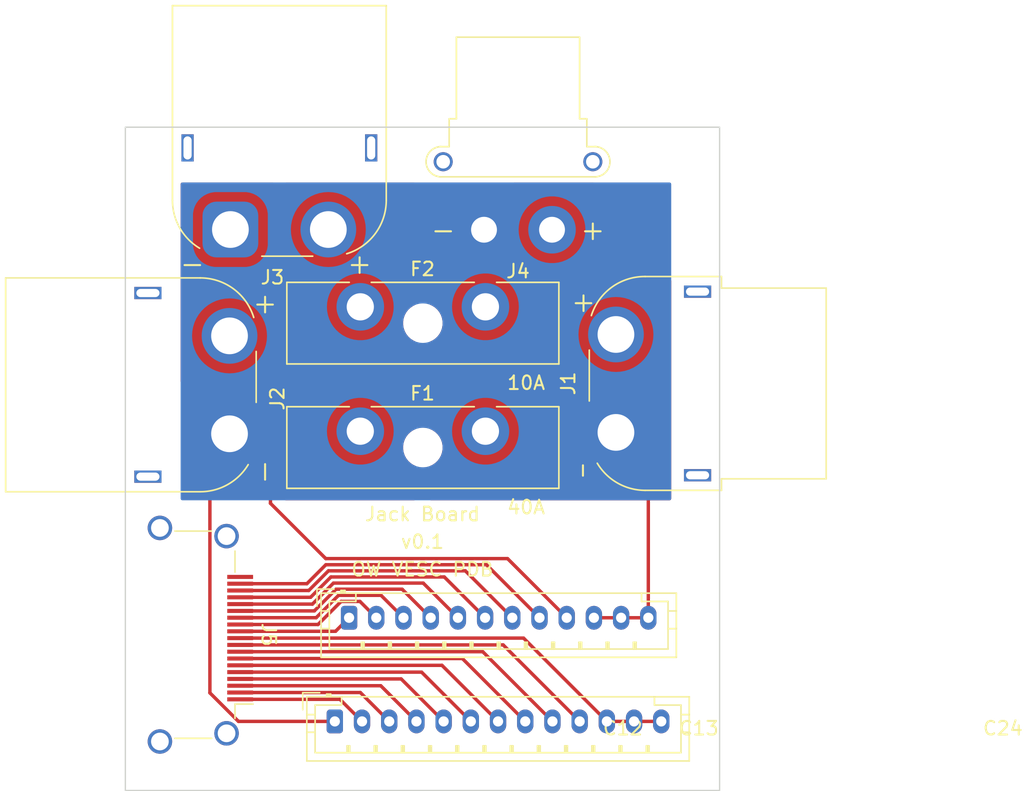
<source format=kicad_pcb>
(kicad_pcb (version 20221018) (generator pcbnew)
  (layers (0 "F.Cu" signal) (31 "B.Cu" signal) (34 "B.Paste" user) (35 "F.Paste" user) (36 "B.SilkS" user "B.Silkscreen") (37 "F.SilkS" user "F.Silkscreen") (38 "B.Mask" user) (39 "F.Mask" user) (44 "Edge.Cuts" user))
  (net 0 "")
  (net 1 "Net-(BT2-+)")
  (net 2 "Net-(BT1--)")
  (net 3 "Net-(BT1-+)")
  (net 4 "Net-(J5-Pin_1)")
  (net 5 "Net-(J5-Pin_2)")
  (net 6 "Net-(J5-Pin_3)")
  (net 7 "Net-(J5-Pin_4)")
  (net 8 "Net-(J5-Pin_5)")
  (net 9 "Net-(J5-Pin_6)")
  (net 10 "Net-(J5-Pin_7)")
  (net 11 "Net-(J5-Pin_8)")
  (net 12 "Net-(J5-Pin_9)")
  (net 13 "Net-(J5-Pin_10)")
  (net 14 "Net-(J5-Pin_11)")
  (net 15 "Net-(J5-Pin_12)")
  (net 16 "Net-(J5-Pin_13)")
  (net 17 "Net-(J5-Pin_14)")
  (net 18 "Net-(J5-Pin_15)")
  (net 19 "Net-(J5-Pin_16)")
  (net 20 "Net-(J5-Pin_17)")
  (net 21 "Net-(J5-Pin_18)")
  (net 22 "Net-(J1-Pin_2)")
  (net 23 "Net-(J4-Pin_2)")
  (footprint "Connector_AMASS:AMASS_XT60PW-M_1x02_P7.20mm_Horizontal" (layer "F.Cu") (at 106.274 67.468)
    (fp_text reference "J3" (at 3.092 3.518) (layer "F.SilkS"))
    (fp_text value "XT60 Expansion Cell")
    (fp_text user "-" (at -2.8 2.5) (layer "F.SilkS") (effects (font (size 1.5 1.5))))
    (fp_text user "+" (at 9.5 2.5) (layer "F.SilkS") (effects (font (size 1.5 1.5))))
    (fp_line (start -4.26 -16.46) (end -4.26 -2.15) (stroke (width 0.12)) (layer "F.SilkS"))
    (fp_line (start -4.26 -16.46) (end 11.46 -16.46) (stroke (width 0.12)) (layer "F.SilkS"))
    (fp_line (start 2.31 1.96) (end 6.05 1.96) (stroke (width 0.12)) (layer "F.SilkS"))
    (fp_line (start 11.46 -16.46) (end 11.46 -2.15) (stroke (width 0.12)) (layer "F.SilkS"))
    (fp_arc (start -2.266806 1.372958) (mid -3.727162 -0.126139) (end -4.26 -2.15) (stroke (width 0.12)) (layer "F.SilkS"))
    (fp_arc (start 11.46 -2.15) (mid 10.653852 0.294722) (end 8.551648 1.780413) (stroke (width 0.12)) (layer "F.SilkS"))
    (pad "" thru_hole rect (at -3.15 -6) (size 0.9 2) (drill oval 0.6 1.7) (layers "*.Cu" "*.Mask"))
    (pad "" thru_hole rect (at 10.35 -6) (size 0.9 2) (drill oval 0.6 1.7) (layers "*.Cu" "*.Mask"))
    (pad "1" thru_hole roundrect (at 0 0) (size 4.1 4.1) (drill 2.7) (layers "*.Cu" "*.Mask") (net 3 "Net-(BT1-+)"))
    (pad "2" thru_hole circle (at 7.2 0) (size 4.1 4.1) (drill 2.7) (layers "*.Cu" "*.Mask") (net 1 "Net-(BT2-+)"))
  )
  (footprint "Connector_JST:JST_PH_B12B-PH-K_1x12_P2.00mm_Vertical" (layer "F.Cu") (at 115 96.012)
    (fp_text reference "J6" hide)
    (fp_text value "JST-PH XLite Balance C13-24")
    (fp_line (start -2.36 -2.11) (end -2.36 -0.86) (stroke (width 0.12)) (layer "F.SilkS"))
    (fp_line (start -2.06 -1.81) (end -2.06 2.91) (stroke (width 0.12)) (layer "F.SilkS"))
    (fp_line (start -2.06 -0.5) (end -1.45 -0.5) (stroke (width 0.12)) (layer "F.SilkS"))
    (fp_line (start -2.06 0.8) (end -1.45 0.8) (stroke (width 0.12)) (layer "F.SilkS"))
    (fp_line (start -2.06 2.91) (end 24.06 2.91) (stroke (width 0.12)) (layer "F.SilkS"))
    (fp_line (start -1.45 -1.2) (end -1.45 2.3) (stroke (width 0.12)) (layer "F.SilkS"))
    (fp_line (start -1.45 2.3) (end 23.45 2.3) (stroke (width 0.12)) (layer "F.SilkS"))
    (fp_line (start -1.11 -2.11) (end -2.36 -2.11) (stroke (width 0.12)) (layer "F.SilkS"))
    (fp_line (start -0.6 -2.01) (end -0.6 -1.81) (stroke (width 0.12)) (layer "F.SilkS"))
    (fp_line (start -0.3 -2.01) (end -0.6 -2.01) (stroke (width 0.12)) (layer "F.SilkS"))
    (fp_line (start -0.3 -1.91) (end -0.6 -1.91) (stroke (width 0.12)) (layer "F.SilkS"))
    (fp_line (start -0.3 -1.81) (end -0.3 -2.01) (stroke (width 0.12)) (layer "F.SilkS"))
    (fp_line (start 0.5 -1.81) (end 0.5 -1.2) (stroke (width 0.12)) (layer "F.SilkS"))
    (fp_line (start 0.5 -1.2) (end -1.45 -1.2) (stroke (width 0.12)) (layer "F.SilkS"))
    (fp_line (start 0.9 1.8) (end 1.1 1.8) (stroke (width 0.12)) (layer "F.SilkS"))
    (fp_line (start 0.9 2.3) (end 0.9 1.8) (stroke (width 0.12)) (layer "F.SilkS"))
    (fp_line (start 1 2.3) (end 1 1.8) (stroke (width 0.12)) (layer "F.SilkS"))
    (fp_line (start 1.1 1.8) (end 1.1 2.3) (stroke (width 0.12)) (layer "F.SilkS"))
    (fp_line (start 2.9 1.8) (end 3.1 1.8) (stroke (width 0.12)) (layer "F.SilkS"))
    (fp_line (start 2.9 2.3) (end 2.9 1.8) (stroke (width 0.12)) (layer "F.SilkS"))
    (fp_line (start 3 2.3) (end 3 1.8) (stroke (width 0.12)) (layer "F.SilkS"))
    (fp_line (start 3.1 1.8) (end 3.1 2.3) (stroke (width 0.12)) (layer "F.SilkS"))
    (fp_line (start 4.9 1.8) (end 5.1 1.8) (stroke (width 0.12)) (layer "F.SilkS"))
    (fp_line (start 4.9 2.3) (end 4.9 1.8) (stroke (width 0.12)) (layer "F.SilkS"))
    (fp_line (start 5 2.3) (end 5 1.8) (stroke (width 0.12)) (layer "F.SilkS"))
    (fp_line (start 5.1 1.8) (end 5.1 2.3) (stroke (width 0.12)) (layer "F.SilkS"))
    (fp_line (start 6.9 1.8) (end 7.1 1.8) (stroke (width 0.12)) (layer "F.SilkS"))
    (fp_line (start 6.9 2.3) (end 6.9 1.8) (stroke (width 0.12)) (layer "F.SilkS"))
    (fp_line (start 7 2.3) (end 7 1.8) (stroke (width 0.12)) (layer "F.SilkS"))
    (fp_line (start 7.1 1.8) (end 7.1 2.3) (stroke (width 0.12)) (layer "F.SilkS"))
    (fp_line (start 8.9 1.8) (end 9.1 1.8) (stroke (width 0.12)) (layer "F.SilkS"))
    (fp_line (start 8.9 2.3) (end 8.9 1.8) (stroke (width 0.12)) (layer "F.SilkS"))
    (fp_line (start 9 2.3) (end 9 1.8) (stroke (width 0.12)) (layer "F.SilkS"))
    (fp_line (start 9.1 1.8) (end 9.1 2.3) (stroke (width 0.12)) (layer "F.SilkS"))
    (fp_line (start 10.9 1.8) (end 11.1 1.8) (stroke (width 0.12)) (layer "F.SilkS"))
    (fp_line (start 10.9 2.3) (end 10.9 1.8) (stroke (width 0.12)) (layer "F.SilkS"))
    (fp_line (start 11 2.3) (end 11 1.8) (stroke (width 0.12)) (layer "F.SilkS"))
    (fp_line (start 11.1 1.8) (end 11.1 2.3) (stroke (width 0.12)) (layer "F.SilkS"))
    (fp_line (start 12.9 1.8) (end 13.1 1.8) (stroke (width 0.12)) (layer "F.SilkS"))
    (fp_line (start 12.9 2.3) (end 12.9 1.8) (stroke (width 0.12)) (layer "F.SilkS"))
    (fp_line (start 13 2.3) (end 13 1.8) (stroke (width 0.12)) (layer "F.SilkS"))
    (fp_line (start 13.1 1.8) (end 13.1 2.3) (stroke (width 0.12)) (layer "F.SilkS"))
    (fp_line (start 14.9 1.8) (end 15.1 1.8) (stroke (width 0.12)) (layer "F.SilkS"))
    (fp_line (start 14.9 2.3) (end 14.9 1.8) (stroke (width 0.12)) (layer "F.SilkS"))
    (fp_line (start 15 2.3) (end 15 1.8) (stroke (width 0.12)) (layer "F.SilkS"))
    (fp_line (start 15.1 1.8) (end 15.1 2.3) (stroke (width 0.12)) (layer "F.SilkS"))
    (fp_line (start 16.9 1.8) (end 17.1 1.8) (stroke (width 0.12)) (layer "F.SilkS"))
    (fp_line (start 16.9 2.3) (end 16.9 1.8) (stroke (width 0.12)) (layer "F.SilkS"))
    (fp_line (start 17 2.3) (end 17 1.8) (stroke (width 0.12)) (layer "F.SilkS"))
    (fp_line (start 17.1 1.8) (end 17.1 2.3) (stroke (width 0.12)) (layer "F.SilkS"))
    (fp_line (start 18.9 1.8) (end 19.1 1.8) (stroke (width 0.12)) (layer "F.SilkS"))
    (fp_line (start 18.9 2.3) (end 18.9 1.8) (stroke (width 0.12)) (layer "F.SilkS"))
    (fp_line (start 19 2.3) (end 19 1.8) (stroke (width 0.12)) (layer "F.SilkS"))
    (fp_line (start 19.1 1.8) (end 19.1 2.3) (stroke (width 0.12)) (layer "F.SilkS"))
    (fp_line (start 20.9 1.8) (end 21.1 1.8) (stroke (width 0.12)) (layer "F.SilkS"))
    (fp_line (start 20.9 2.3) (end 20.9 1.8) (stroke (width 0.12)) (layer "F.SilkS"))
    (fp_line (start 21 2.3) (end 21 1.8) (stroke (width 0.12)) (layer "F.SilkS"))
    (fp_line (start 21.1 1.8) (end 21.1 2.3) (stroke (width 0.12)) (layer "F.SilkS"))
    (fp_line (start 21.5 -1.2) (end 21.5 -1.81) (stroke (width 0.12)) (layer "F.SilkS"))
    (fp_line (start 23.45 -1.2) (end 21.5 -1.2) (stroke (width 0.12)) (layer "F.SilkS"))
    (fp_line (start 23.45 2.3) (end 23.45 -1.2) (stroke (width 0.12)) (layer "F.SilkS"))
    (fp_line (start 24.06 -1.81) (end -2.06 -1.81) (stroke (width 0.12)) (layer "F.SilkS"))
    (fp_line (start 24.06 -0.5) (end 23.45 -0.5) (stroke (width 0.12)) (layer "F.SilkS"))
    (fp_line (start 24.06 0.8) (end 23.45 0.8) (stroke (width 0.12)) (layer "F.SilkS"))
    (fp_line (start 24.06 2.91) (end 24.06 -1.81) (stroke (width 0.12)) (layer "F.SilkS"))
    (pad "1" thru_hole roundrect (at 0 0) (size 1.2 1.75) (drill 0.75) (layers "*.Cu" "*.Mask") (roundrect_rratio 0.208333) (net 14 "Net-(J5-Pin_11)"))
    (pad "2" thru_hole oval (at 2 0) (size 1.2 1.75) (drill 0.75) (layers "*.Cu" "*.Mask") (net 15 "Net-(J5-Pin_12)"))
    (pad "3" thru_hole oval (at 4 0) (size 1.2 1.75) (drill 0.75) (layers "*.Cu" "*.Mask") (net 16 "Net-(J5-Pin_13)"))
    (pad "4" thru_hole oval (at 6 0) (size 1.2 1.75) (drill 0.75) (layers "*.Cu" "*.Mask") (net 17 "Net-(J5-Pin_14)"))
    (pad "5" thru_hole oval (at 8 0) (size 1.2 1.75) (drill 0.75) (layers "*.Cu" "*.Mask") (net 18 "Net-(J5-Pin_15)"))
    (pad "6" thru_hole oval (at 10 0) (size 1.2 1.75) (drill 0.75) (layers "*.Cu" "*.Mask") (net 19 "Net-(J5-Pin_16)"))
    (pad "7" thru_hole oval (at 12 0) (size 1.2 1.75) (drill 0.75) (layers "*.Cu" "*.Mask") (net 20 "Net-(J5-Pin_17)"))
    (pad "8" thru_hole oval (at 14 0) (size 1.2 1.75) (drill 0.75) (layers "*.Cu" "*.Mask") (net 21 "Net-(J5-Pin_18)"))
    (pad "9" thru_hole oval (at 16 0) (size 1.2 1.75) (drill 0.75) (layers "*.Cu" "*.Mask") (net 3 "Net-(BT1-+)"))
    (pad "10" thru_hole oval (at 18 0) (size 1.2 1.75) (drill 0.75) (layers "*.Cu" "*.Mask") (net 22 "Net-(J1-Pin_2)"))
    (pad "11" thru_hole oval (at 20 0) (size 1.2 1.75) (drill 0.75) (layers "*.Cu" "*.Mask") (net 22 "Net-(J1-Pin_2)"))
    (pad "12" thru_hole oval (at 22 0) (size 1.2 1.75) (drill 0.75) (layers "*.Cu" "*.Mask") (net 22 "Net-(J1-Pin_2)"))
  )
  (footprint "Connector_AMASS:AMASS_XT30PW-F_1x02_P2.50mm_Horizontal" (layer "F.Cu") (at 124.92 67.484)
    (fp_text reference "J4" (at 2.5 3.048) (layer "F.SilkS"))
    (fp_text value "XT30 XLite Battery")
    (fp_text user "-" (at -3 0) (layer "F.SilkS") (effects (font (size 1.5 1.5))))
    (fp_text user "+" (at 8 0) (layer "F.SilkS") (effects (font (size 1.5 1.5))))
    (fp_line (start -3.26 -6.11) (end -2.56 -6.11) (stroke (width 0.12)) (layer "F.SilkS"))
    (fp_line (start -3.26 -3.89) (end 8.26 -3.89) (stroke (width 0.12)) (layer "F.SilkS"))
    (fp_line (start -2.56 -8.16) (end -2.56 -6.11) (stroke (width 0.12)) (layer "F.SilkS"))
    (fp_line (start -2.56 -8.16) (end -2.03 -8.16) (stroke (width 0.12)) (layer "F.SilkS"))
    (fp_line (start -2.03 -14.16) (end -2.03 -8.16) (stroke (width 0.12)) (layer "F.SilkS"))
    (fp_line (start -2.03 -14.16) (end 7 -14.16) (stroke (width 0.12)) (layer "F.SilkS"))
    (fp_line (start 7.03 -14.16) (end 7.03 -8.16) (stroke (width 0.12)) (layer "F.SilkS"))
    (fp_line (start 7.03 -8.16) (end 7.56 -8.16) (stroke (width 0.12)) (layer "F.SilkS"))
    (fp_line (start 7.56 -8.16) (end 7.56 -6.11) (stroke (width 0.12)) (layer "F.SilkS"))
    (fp_line (start 7.56 -6.11) (end 8.26 -6.11) (stroke (width 0.12)) (layer "F.SilkS"))
    (fp_arc (start -3.321729 -3.903365) (mid -4.256653 -5.086124) (end -3.15 -6.11) (stroke (width 0.12)) (layer "F.SilkS"))
    (fp_arc (start 8.15 -6.11) (mid 9.26 -5) (end 8.15 -3.89) (stroke (width 0.12)) (layer "F.SilkS"))
    (pad "" thru_hole circle (at -3 -5 90) (size 1.4 1.4) (drill 1) (layers "*.Cu" "*.Mask"))
    (pad "" thru_hole circle (at 8 -5) (size 1.4 1.4) (drill 1) (layers "*.Cu" "*.Mask"))
    (pad "1" thru_hole rect (at 0 0) (size 3.5 3.5) (drill 1.9) (layers "*.Cu" "*.Mask") (net 2 "Net-(BT1--)"))
    (pad "2" thru_hole circle (at 5 0) (size 3.5 3.5) (drill 1.9) (layers "*.Cu" "*.Mask") (net 23 "Net-(J4-Pin_2)"))
  )
  (footprint "Connector_AMASS:AMASS_XT60PW-F_1x02_P7.20mm_Horizontal" (layer "F.Cu") (at 134.62 82.384 -90)
    (fp_text reference "J1" (at -3.6 3.51 90) (layer "F.SilkS"))
    (fp_text value "XT60 VESC")
    (fp_text user "-" (at 2.8 2.5 90) (layer "F.SilkS"))
    (fp_text user "+" (at -9.5 2.5 90) (layer "F.SilkS") (effects (font (size 1.5 1.5))))
    (fp_line (start -11.46 -7.76) (end -11.46 -2.15) (stroke (width 0.12)) (layer "F.SilkS"))
    (fp_line (start -11.46 -7.76) (end -10.61 -7.76) (stroke (width 0.12)) (layer "F.SilkS"))
    (fp_line (start -10.61 -15.46) (end -10.61 -7.76) (stroke (width 0.12)) (layer "F.SilkS"))
    (fp_line (start -10.61 -15.46) (end 3.41 -15.46) (stroke (width 0.12)) (layer "F.SilkS"))
    (fp_line (start -6.05 1.96) (end -2.31 1.96) (stroke (width 0.12)) (layer "F.SilkS"))
    (fp_line (start 3.41 -15.46) (end 3.41 -7.76) (stroke (width 0.12)) (layer "F.SilkS"))
    (fp_line (start 3.41 -7.76) (end 4.26 -7.76) (stroke (width 0.12)) (layer "F.SilkS"))
    (fp_line (start 4.26 -7.76) (end 4.26 -2.15) (stroke (width 0.12)) (layer "F.SilkS"))
    (fp_arc (start -8.5899 1.808718) (mid -10.677645 0.302568) (end -11.46 -2.15) (stroke (width 0.12)) (layer "F.SilkS"))
    (fp_arc (start 4.26 -2.15) (mid 3.727162 -0.126139) (end 2.266806 1.372958) (stroke (width 0.12)) (layer "F.SilkS"))
    (pad "" thru_hole rect (at -10.35 -6 270) (size 0.9 2) (drill oval 0.6 1.7) (layers "*.Cu" "*.Mask"))
    (pad "" thru_hole rect (at 3.15 -6 270) (size 0.9 2) (drill oval 0.6 1.7) (layers "*.Cu" "*.Mask"))
    (pad "1" thru_hole roundrect (at 0 0 270) (size 4.1 4.1) (drill 2.7) (layers "*.Cu" "*.Mask") (net 2 "Net-(BT1--)"))
    (pad "2" thru_hole circle (at -7.2 0 270) (size 4.1 4.1) (drill 2.7) (layers "*.Cu" "*.Mask") (net 22 "Net-(J1-Pin_2)"))
  )
  (footprint "Connector_AMASS:AMASS_XT60PW-M_1x02_P7.20mm_Horizontal" (layer "F.Cu") (at 106.21 82.486 90)
    (fp_text reference "J2" (at 2.584 3.518 90) (layer "F.SilkS"))
    (fp_text value "XT60 Main Battery")
    (fp_text user "-" (at -2.8 2.5 90) (layer "F.SilkS") (effects (font (size 1.5 1.5))))
    (fp_text user "+" (at 9.5 2.5 90) (layer "F.SilkS") (effects (font (size 1.5 1.5))))
    (fp_line (start -4.26 -16.46) (end -4.26 -2.15) (stroke (width 0.12)) (layer "F.SilkS"))
    (fp_line (start -4.26 -16.46) (end 11.46 -16.46) (stroke (width 0.12)) (layer "F.SilkS"))
    (fp_line (start 2.31 1.96) (end 6.05 1.96) (stroke (width 0.12)) (layer "F.SilkS"))
    (fp_line (start 11.46 -16.46) (end 11.46 -2.15) (stroke (width 0.12)) (layer "F.SilkS"))
    (fp_arc (start -2.266806 1.372958) (mid -3.727162 -0.126139) (end -4.26 -2.15) (stroke (width 0.12)) (layer "F.SilkS"))
    (fp_arc (start 11.46 -2.15) (mid 10.653852 0.294722) (end 8.551648 1.780413) (stroke (width 0.12)) (layer "F.SilkS"))
    (pad "" thru_hole rect (at -3.15 -6 90) (size 0.9 2) (drill oval 0.6 1.7) (layers "*.Cu" "*.Mask"))
    (pad "" thru_hole rect (at 10.35 -6 90) (size 0.9 2) (drill oval 0.6 1.7) (layers "*.Cu" "*.Mask"))
    (pad "1" thru_hole roundrect (at 0 0 90) (size 4.1 4.1) (drill 2.7) (layers "*.Cu" "*.Mask") (net 2 "Net-(BT1--)"))
    (pad "2" thru_hole circle (at 7.2 0 90) (size 4.1 4.1) (drill 2.7) (layers "*.Cu" "*.Mask") (net 3 "Net-(BT1-+)"))
  )
  (footprint "Connector_HDMI:HDMI_A_Amphenol_10029449-x01xLF_Horizontal" (layer "F.Cu") (at 101.992 97.258 -90)
    (fp_text reference "J5" (at 0 -7.1 -90 unlocked) (layer "F.SilkS"))
    (fp_text value "HDMI Balance")
    (fp_line (start -7.62 -0.2) (end -7.62 -2.9) (stroke (width 0.12)) (layer "F.SilkS"))
    (fp_line (start -6.15 -4.62) (end -4.6 -4.62) (stroke (width 0.12)) (layer "F.SilkS"))
    (fp_line (start 5.1 -5.95) (end 5.1 -4.62) (stroke (width 0.12)) (layer "F.SilkS"))
    (fp_line (start 5.1 -4.62) (end 6.15 -4.62) (stroke (width 0.12)) (layer "F.SilkS"))
    (fp_line (start 7.62 -2.9) (end 7.62 -0.2) (stroke (width 0.12)) (layer "F.SilkS"))
    (pad "1" smd rect (at 4.75 -5 270) (size 0.3 1.9) (layers "F.Cu" "F.Paste" "F.Mask") (net 4 "Net-(J5-Pin_1)"))
    (pad "2" smd rect (at 4.25 -5 270) (size 0.3 1.9) (layers "F.Cu" "F.Paste" "F.Mask") (net 5 "Net-(J5-Pin_2)"))
    (pad "3" smd rect (at 3.75 -5 270) (size 0.3 1.9) (layers "F.Cu" "F.Paste" "F.Mask") (net 6 "Net-(J5-Pin_3)"))
    (pad "4" smd rect (at 3.25 -5 270) (size 0.3 1.9) (layers "F.Cu" "F.Paste" "F.Mask") (net 7 "Net-(J5-Pin_4)"))
    (pad "5" smd rect (at 2.75 -5 270) (size 0.3 1.9) (layers "F.Cu" "F.Paste" "F.Mask") (net 8 "Net-(J5-Pin_5)"))
    (pad "6" smd rect (at 2.25 -5 270) (size 0.3 1.9) (layers "F.Cu" "F.Paste" "F.Mask") (net 9 "Net-(J5-Pin_6)"))
    (pad "7" smd rect (at 1.75 -5 270) (size 0.3 1.9) (layers "F.Cu" "F.Paste" "F.Mask") (net 10 "Net-(J5-Pin_7)"))
    (pad "8" smd rect (at 1.25 -5 270) (size 0.3 1.9) (layers "F.Cu" "F.Paste" "F.Mask") (net 11 "Net-(J5-Pin_8)"))
    (pad "9" smd rect (at 0.75 -5 270) (size 0.3 1.9) (layers "F.Cu" "F.Paste" "F.Mask") (net 12 "Net-(J5-Pin_9)"))
    (pad "10" smd rect (at 0.25 -5 270) (size 0.3 1.9) (layers "F.Cu" "F.Paste" "F.Mask") (net 13 "Net-(J5-Pin_10)"))
    (pad "11" smd rect (at -0.25 -5 270) (size 0.3 1.9) (layers "F.Cu" "F.Paste" "F.Mask") (net 14 "Net-(J5-Pin_11)"))
    (pad "12" smd rect (at -0.75 -5 270) (size 0.3 1.9) (layers "F.Cu" "F.Paste" "F.Mask") (net 15 "Net-(J5-Pin_12)"))
    (pad "13" smd rect (at -1.25 -5 270) (size 0.3 1.9) (layers "F.Cu" "F.Paste" "F.Mask") (net 16 "Net-(J5-Pin_13)"))
    (pad "14" smd rect (at -1.75 -5 270) (size 0.3 1.9) (layers "F.Cu" "F.Paste" "F.Mask") (net 17 "Net-(J5-Pin_14)"))
    (pad "15" smd rect (at -2.25 -5 270) (size 0.3 1.9) (layers "F.Cu" "F.Paste" "F.Mask") (net 18 "Net-(J5-Pin_15)"))
    (pad "16" smd rect (at -2.75 -5 270) (size 0.3 1.9) (layers "F.Cu" "F.Paste" "F.Mask") (net 19 "Net-(J5-Pin_16)"))
    (pad "17" smd rect (at -3.25 -5 270) (size 0.3 1.9) (layers "F.Cu" "F.Paste" "F.Mask") (net 20 "Net-(J5-Pin_17)"))
    (pad "18" smd rect (at -3.75 -5 270) (size 0.3 1.9) (layers "F.Cu" "F.Paste" "F.Mask") (net 21 "Net-(J5-Pin_18)"))
    (pad "19" smd rect (at -4.25 -5 270) (size 0.3 1.9) (layers "F.Cu" "F.Paste" "F.Mask"))
    (pad "SH" thru_hole circle (at -7.85 0.9 270) (size 1.8 1.8) (drill 1.3) (layers "*.Cu" "*.Mask"))
    (pad "SH" thru_hole circle (at -7.25 -4 270) (size 1.8 1.8) (drill 1.3) (layers "*.Cu" "*.Mask"))
    (pad "SH" thru_hole circle (at 7.25 -4 270) (size 1.8 1.8) (drill 1.3) (layers "*.Cu" "*.Mask"))
    (pad "SH" thru_hole circle (at 7.85 0.9 270) (size 1.8 1.8) (drill 1.3) (layers "*.Cu" "*.Mask"))
  )
  (footprint "Fuse:Fuseholder_Blade_ATO_Littelfuse_Pudenz_2_Pin" (layer "F.Cu") (at 115.824 82.296)
    (fp_text reference "F1" (at 4.57 -2.78) (layer "F.SilkS"))
    (fp_text value "40A Fuse")
    (fp_line (start -5.4 -1.8) (end -0.81 -1.8) (stroke (width 0.12)) (layer "F.SilkS"))
    (fp_line (start -5.4 4.2) (end -5.4 -1.8) (stroke (width 0.12)) (layer "F.SilkS"))
    (fp_line (start 0.81 -1.8) (end 8.38 -1.8) (stroke (width 0.12)) (layer "F.SilkS"))
    (fp_line (start 10.02 -1.8) (end 14.6 -1.8) (stroke (width 0.12)) (layer "F.SilkS"))
    (fp_line (start 14.6 -1.8) (end 14.6 4.2) (stroke (width 0.12)) (layer "F.SilkS"))
    (fp_line (start 14.6 4.2) (end -5.4 4.2) (stroke (width 0.12)) (layer "F.SilkS"))
    (pad "" np_thru_hole circle (at 4.6 1.2) (size 2.4 2.4) (drill 2.4) (layers "*.Cu" "*.Mask"))
    (pad "1" thru_hole circle (at 0 0) (size 3.5 3.5) (drill 2) (layers "*.Cu" "*.Mask") (net 1 "Net-(BT2-+)"))
    (pad "2" thru_hole circle (at 9.2 0) (size 3.5 3.5) (drill 2) (layers "*.Cu" "*.Mask") (net 22 "Net-(J1-Pin_2)"))
  )
  (footprint "Connector_JST:JST_PH_B13B-PH-K_1x13_P2.00mm_Vertical" (layer "F.Cu") (at 113.952 103.632)
    (fp_text reference "J7" hide)
    (fp_text value "JST-PH XLite Balance C0-12")
    (fp_line (start -2.36 -2.11) (end -2.36 -0.86) (stroke (width 0.12)) (layer "F.SilkS"))
    (fp_line (start -2.06 -1.81) (end -2.06 2.91) (stroke (width 0.12)) (layer "F.SilkS"))
    (fp_line (start -2.06 -0.5) (end -1.45 -0.5) (stroke (width 0.12)) (layer "F.SilkS"))
    (fp_line (start -2.06 0.8) (end -1.45 0.8) (stroke (width 0.12)) (layer "F.SilkS"))
    (fp_line (start -2.06 2.91) (end 26.06 2.91) (stroke (width 0.12)) (layer "F.SilkS"))
    (fp_line (start -1.45 -1.2) (end -1.45 2.3) (stroke (width 0.12)) (layer "F.SilkS"))
    (fp_line (start -1.45 2.3) (end 25.45 2.3) (stroke (width 0.12)) (layer "F.SilkS"))
    (fp_line (start -1.11 -2.11) (end -2.36 -2.11) (stroke (width 0.12)) (layer "F.SilkS"))
    (fp_line (start -0.6 -2.01) (end -0.6 -1.81) (stroke (width 0.12)) (layer "F.SilkS"))
    (fp_line (start -0.3 -2.01) (end -0.6 -2.01) (stroke (width 0.12)) (layer "F.SilkS"))
    (fp_line (start -0.3 -1.91) (end -0.6 -1.91) (stroke (width 0.12)) (layer "F.SilkS"))
    (fp_line (start -0.3 -1.81) (end -0.3 -2.01) (stroke (width 0.12)) (layer "F.SilkS"))
    (fp_line (start 0.5 -1.81) (end 0.5 -1.2) (stroke (width 0.12)) (layer "F.SilkS"))
    (fp_line (start 0.5 -1.2) (end -1.45 -1.2) (stroke (width 0.12)) (layer "F.SilkS"))
    (fp_line (start 0.9 1.8) (end 1.1 1.8) (stroke (width 0.12)) (layer "F.SilkS"))
    (fp_line (start 0.9 2.3) (end 0.9 1.8) (stroke (width 0.12)) (layer "F.SilkS"))
    (fp_line (start 1 2.3) (end 1 1.8) (stroke (width 0.12)) (layer "F.SilkS"))
    (fp_line (start 1.1 1.8) (end 1.1 2.3) (stroke (width 0.12)) (layer "F.SilkS"))
    (fp_line (start 2.9 1.8) (end 3.1 1.8) (stroke (width 0.12)) (layer "F.SilkS"))
    (fp_line (start 2.9 2.3) (end 2.9 1.8) (stroke (width 0.12)) (layer "F.SilkS"))
    (fp_line (start 3 2.3) (end 3 1.8) (stroke (width 0.12)) (layer "F.SilkS"))
    (fp_line (start 3.1 1.8) (end 3.1 2.3) (stroke (width 0.12)) (layer "F.SilkS"))
    (fp_line (start 4.9 1.8) (end 5.1 1.8) (stroke (width 0.12)) (layer "F.SilkS"))
    (fp_line (start 4.9 2.3) (end 4.9 1.8) (stroke (width 0.12)) (layer "F.SilkS"))
    (fp_line (start 5 2.3) (end 5 1.8) (stroke (width 0.12)) (layer "F.SilkS"))
    (fp_line (start 5.1 1.8) (end 5.1 2.3) (stroke (width 0.12)) (layer "F.SilkS"))
    (fp_line (start 6.9 1.8) (end 7.1 1.8) (stroke (width 0.12)) (layer "F.SilkS"))
    (fp_line (start 6.9 2.3) (end 6.9 1.8) (stroke (width 0.12)) (layer "F.SilkS"))
    (fp_line (start 7 2.3) (end 7 1.8) (stroke (width 0.12)) (layer "F.SilkS"))
    (fp_line (start 7.1 1.8) (end 7.1 2.3) (stroke (width 0.12)) (layer "F.SilkS"))
    (fp_line (start 8.9 1.8) (end 9.1 1.8) (stroke (width 0.12)) (layer "F.SilkS"))
    (fp_line (start 8.9 2.3) (end 8.9 1.8) (stroke (width 0.12)) (layer "F.SilkS"))
    (fp_line (start 9 2.3) (end 9 1.8) (stroke (width 0.12)) (layer "F.SilkS"))
    (fp_line (start 9.1 1.8) (end 9.1 2.3) (stroke (width 0.12)) (layer "F.SilkS"))
    (fp_line (start 10.9 1.8) (end 11.1 1.8) (stroke (width 0.12)) (layer "F.SilkS"))
    (fp_line (start 10.9 2.3) (end 10.9 1.8) (stroke (width 0.12)) (layer "F.SilkS"))
    (fp_line (start 11 2.3) (end 11 1.8) (stroke (width 0.12)) (layer "F.SilkS"))
    (fp_line (start 11.1 1.8) (end 11.1 2.3) (stroke (width 0.12)) (layer "F.SilkS"))
    (fp_line (start 12.9 1.8) (end 13.1 1.8) (stroke (width 0.12)) (layer "F.SilkS"))
    (fp_line (start 12.9 2.3) (end 12.9 1.8) (stroke (width 0.12)) (layer "F.SilkS"))
    (fp_line (start 13 2.3) (end 13 1.8) (stroke (width 0.12)) (layer "F.SilkS"))
    (fp_line (start 13.1 1.8) (end 13.1 2.3) (stroke (width 0.12)) (layer "F.SilkS"))
    (fp_line (start 14.9 1.8) (end 15.1 1.8) (stroke (width 0.12)) (layer "F.SilkS"))
    (fp_line (start 14.9 2.3) (end 14.9 1.8) (stroke (width 0.12)) (layer "F.SilkS"))
    (fp_line (start 15 2.3) (end 15 1.8) (stroke (width 0.12)) (layer "F.SilkS"))
    (fp_line (start 15.1 1.8) (end 15.1 2.3) (stroke (width 0.12)) (layer "F.SilkS"))
    (fp_line (start 16.9 1.8) (end 17.1 1.8) (stroke (width 0.12)) (layer "F.SilkS"))
    (fp_line (start 16.9 2.3) (end 16.9 1.8) (stroke (width 0.12)) (layer "F.SilkS"))
    (fp_line (start 17 2.3) (end 17 1.8) (stroke (width 0.12)) (layer "F.SilkS"))
    (fp_line (start 17.1 1.8) (end 17.1 2.3) (stroke (width 0.12)) (layer "F.SilkS"))
    (fp_line (start 18.9 1.8) (end 19.1 1.8) (stroke (width 0.12)) (layer "F.SilkS"))
    (fp_line (start 18.9 2.3) (end 18.9 1.8) (stroke (width 0.12)) (layer "F.SilkS"))
    (fp_line (start 19 2.3) (end 19 1.8) (stroke (width 0.12)) (layer "F.SilkS"))
    (fp_line (start 19.1 1.8) (end 19.1 2.3) (stroke (width 0.12)) (layer "F.SilkS"))
    (fp_line (start 20.9 1.8) (end 21.1 1.8) (stroke (width 0.12)) (layer "F.SilkS"))
    (fp_line (start 20.9 2.3) (end 20.9 1.8) (stroke (width 0.12)) (layer "F.SilkS"))
    (fp_line (start 21 2.3) (end 21 1.8) (stroke (width 0.12)) (layer "F.SilkS"))
    (fp_line (start 21.1 1.8) (end 21.1 2.3) (stroke (width 0.12)) (layer "F.SilkS"))
    (fp_line (start 22.9 1.8) (end 23.1 1.8) (stroke (width 0.12)) (layer "F.SilkS"))
    (fp_line (start 22.9 2.3) (end 22.9 1.8) (stroke (width 0.12)) (layer "F.SilkS"))
    (fp_line (start 23 2.3) (end 23 1.8) (stroke (width 0.12)) (layer "F.SilkS"))
    (fp_line (start 23.1 1.8) (end 23.1 2.3) (stroke (width 0.12)) (layer "F.SilkS"))
    (fp_line (start 23.5 -1.2) (end 23.5 -1.81) (stroke (width 0.12)) (layer "F.SilkS"))
    (fp_line (start 25.45 -1.2) (end 23.5 -1.2) (stroke (width 0.12)) (layer "F.SilkS"))
    (fp_line (start 25.45 2.3) (end 25.45 -1.2) (stroke (width 0.12)) (layer "F.SilkS"))
    (fp_line (start 26.06 -1.81) (end -2.06 -1.81) (stroke (width 0.12)) (layer "F.SilkS"))
    (fp_line (start 26.06 -0.5) (end 25.45 -0.5) (stroke (width 0.12)) (layer "F.SilkS"))
    (fp_line (start 26.06 0.8) (end 25.45 0.8) (stroke (width 0.12)) (layer "F.SilkS"))
    (fp_line (start 26.06 2.91) (end 26.06 -1.81) (stroke (width 0.12)) (layer "F.SilkS"))
    (pad "1" thru_hole roundrect (at 0 0) (size 1.2 1.75) (drill 0.75) (layers "*.Cu" "*.Mask") (roundrect_rratio 0.208333) (net 2 "Net-(BT1--)"))
    (pad "2" thru_hole oval (at 2 0) (size 1.2 1.75) (drill 0.75) (layers "*.Cu" "*.Mask") (net 4 "Net-(J5-Pin_1)"))
    (pad "3" thru_hole oval (at 4 0) (size 1.2 1.75) (drill 0.75) (layers "*.Cu" "*.Mask") (net 5 "Net-(J5-Pin_2)"))
    (pad "4" thru_hole oval (at 6 0) (size 1.2 1.75) (drill 0.75) (layers "*.Cu" "*.Mask") (net 6 "Net-(J5-Pin_3)"))
    (pad "5" thru_hole oval (at 8 0) (size 1.2 1.75) (drill 0.75) (layers "*.Cu" "*.Mask") (net 7 "Net-(J5-Pin_4)"))
    (pad "6" thru_hole oval (at 10 0) (size 1.2 1.75) (drill 0.75) (layers "*.Cu" "*.Mask") (net 8 "Net-(J5-Pin_5)"))
    (pad "7" thru_hole oval (at 12 0) (size 1.2 1.75) (drill 0.75) (layers "*.Cu" "*.Mask") (net 9 "Net-(J5-Pin_6)"))
    (pad "8" thru_hole oval (at 14 0) (size 1.2 1.75) (drill 0.75) (layers "*.Cu" "*.Mask") (net 10 "Net-(J5-Pin_7)"))
    (pad "9" thru_hole oval (at 16 0) (size 1.2 1.75) (drill 0.75) (layers "*.Cu" "*.Mask") (net 11 "Net-(J5-Pin_8)"))
    (pad "10" thru_hole oval (at 18 0) (size 1.2 1.75) (drill 0.75) (layers "*.Cu" "*.Mask") (net 12 "Net-(J5-Pin_9)"))
    (pad "11" thru_hole oval (at 20 0) (size 1.2 1.75) (drill 0.75) (layers "*.Cu" "*.Mask") (net 13 "Net-(J5-Pin_10)"))
    (pad "12" thru_hole oval (at 22 0) (size 1.2 1.75) (drill 0.75) (layers "*.Cu" "*.Mask") (net 13 "Net-(J5-Pin_10)"))
    (pad "13" thru_hole oval (at 24 0) (size 1.2 1.75) (drill 0.75) (layers "*.Cu" "*.Mask") (net 13 "Net-(J5-Pin_10)"))
  )
  (footprint "Fuse:Fuseholder_Blade_ATO_Littelfuse_Pudenz_2_Pin" (layer "F.Cu") (at 115.824 73.152)
    (fp_text reference "F2" (at 4.57 -2.78) (layer "F.SilkS"))
    (fp_text value "10A Fuse")
    (fp_line (start -5.4 -1.8) (end -0.81 -1.8) (stroke (width 0.12)) (layer "F.SilkS"))
    (fp_line (start -5.4 4.2) (end -5.4 -1.8) (stroke (width 0.12)) (layer "F.SilkS"))
    (fp_line (start 0.81 -1.8) (end 8.38 -1.8) (stroke (width 0.12)) (layer "F.SilkS"))
    (fp_line (start 10.02 -1.8) (end 14.6 -1.8) (stroke (width 0.12)) (layer "F.SilkS"))
    (fp_line (start 14.6 -1.8) (end 14.6 4.2) (stroke (width 0.12)) (layer "F.SilkS"))
    (fp_line (start 14.6 4.2) (end -5.4 4.2) (stroke (width 0.12)) (layer "F.SilkS"))
    (pad "" np_thru_hole circle (at 4.6 1.2) (size 2.4 2.4) (drill 2.4) (layers "*.Cu" "*.Mask"))
    (pad "1" thru_hole circle (at 0 0) (size 3.5 3.5) (drill 2) (layers "*.Cu" "*.Mask") (net 1 "Net-(BT2-+)"))
    (pad "2" thru_hole circle (at 9.2 0) (size 3.5 3.5) (drill 2) (layers "*.Cu" "*.Mask") (net 23 "Net-(J4-Pin_2)"))
  )
  (gr_rect (start 98.552 59.944) (end 142.24 108.712) (stroke (width 0.1)) (fill none) (layer "Edge.Cuts"))
  (gr_text "40A" (at 128.016 87.884) (layer "F.SilkS") (effects (font (size 1 1))))
  (gr_text "OW VESC PDB" (at 120.396 92.456) (layer "F.SilkS") (effects (font (size 1 1))))
  (gr_text "C13" (at 140.716 104.14) (layer "F.SilkS") (effects (font (size 1 1))))
  (gr_text "C24" (at 163.068 104.14) (layer "F.SilkS") (effects (font (size 1 1))))
  (gr_text "Jack Board" (at 120.396 88.392) (layer "F.SilkS") (effects (font (size 1 1))))
  (gr_text "v0.1\n" (at 120.396 90.424) (layer "F.SilkS") (effects (font (size 1 1))))
  (gr_text "C12" (at 135.128 104.14) (layer "F.SilkS") (effects (font (size 1 1))))
  (gr_text "10A" (at 128.016 78.74) (layer "F.SilkS") (effects (font (size 1 1))))
  (segment (start 104.767 101.533) (end 104.767 83.929) (width 0.25) (layer "F.Cu") (net 2))
  (segment (start 106.866 103.632) (end 104.767 101.533) (width 0.25) (layer "F.Cu") (net 2))
  (segment (start 104.767 83.929) (end 106.21 82.486) (width 0.25) (layer "F.Cu") (net 2))
  (segment (start 113.952 103.632) (end 106.866 103.632) (width 0.25) (layer "F.Cu") (net 2))
  (segment (start 113.284 91.662) (end 109.22 87.598) (width 0.25) (layer "F.Cu") (net 3))
  (segment (start 131 96.012) (end 126.65 91.662) (width 0.25) (layer "F.Cu") (net 3))
  (segment (start 126.65 91.662) (end 113.284 91.662) (width 0.25) (layer "F.Cu") (net 3))
  (segment (start 109.22 87.598) (end 109.22 78.232) (width 0.25) (layer "F.Cu") (net 3))
  (segment (start 106.992 102.008) (end 114.328 102.008) (width 0.25) (layer "F.Cu") (net 4))
  (segment (start 114.328 102.008) (end 115.952 103.632) (width 0.25) (layer "F.Cu") (net 4))
  (segment (start 106.992 101.508) (end 115.828 101.508) (width 0.25) (layer "F.Cu") (net 5))
  (segment (start 115.828 101.508) (end 117.952 103.632) (width 0.25) (layer "F.Cu") (net 5))
  (segment (start 117.328 101.008) (end 119.952 103.632) (width 0.25) (layer "F.Cu") (net 6))
  (segment (start 106.992 101.008) (end 117.328 101.008) (width 0.25) (layer "F.Cu") (net 6))
  (segment (start 118.828 100.508) (end 121.952 103.632) (width 0.25) (layer "F.Cu") (net 7))
  (segment (start 106.992 100.508) (end 118.828 100.508) (width 0.25) (layer "F.Cu") (net 7))
  (segment (start 120.328 100.008) (end 123.952 103.632) (width 0.25) (layer "F.Cu") (net 8))
  (segment (start 106.992 100.008) (end 120.328 100.008) (width 0.25) (layer "F.Cu") (net 8))
  (segment (start 106.992 99.508) (end 121.828 99.508) (width 0.25) (layer "F.Cu") (net 9))
  (segment (start 121.828 99.508) (end 125.952 103.632) (width 0.25) (layer "F.Cu") (net 9))
  (segment (start 106.992 99.008) (end 123.328 99.008) (width 0.25) (layer "F.Cu") (net 10))
  (segment (start 123.328 99.008) (end 127.952 103.632) (width 0.25) (layer "F.Cu") (net 10))
  (segment (start 124.828 98.508) (end 129.952 103.632) (width 0.25) (layer "F.Cu") (net 11))
  (segment (start 106.992 98.508) (end 124.828 98.508) (width 0.25) (layer "F.Cu") (net 11))
  (segment (start 106.992 98.008) (end 126.328 98.008) (width 0.25) (layer "F.Cu") (net 12))
  (segment (start 126.328 98.008) (end 131.952 103.632) (width 0.25) (layer "F.Cu") (net 12))
  (segment (start 133.952 103.632) (end 137.952 103.632) (width 0.25) (layer "F.Cu") (net 13))
  (segment (start 106.992 97.508) (end 127.828 97.508) (width 0.25) (layer "F.Cu") (net 13))
  (segment (start 127.828 97.508) (end 133.952 103.632) (width 0.25) (layer "F.Cu") (net 13))
  (segment (start 114.004 97.008) (end 115 96.012) (width 0.25) (layer "F.Cu") (net 14))
  (segment (start 106.992 97.008) (end 114.004 97.008) (width 0.25) (layer "F.Cu") (net 14))
  (segment (start 114.411827 94.812) (end 115.8 94.812) (width 0.25) (layer "F.Cu") (net 15))
  (segment (start 106.992 96.508) (end 112.715827 96.508) (width 0.25) (layer "F.Cu") (net 15))
  (segment (start 115.8 94.812) (end 117 96.012) (width 0.25) (layer "F.Cu") (net 15))
  (segment (start 112.715827 96.508) (end 114.411827 94.812) (width 0.25) (layer "F.Cu") (net 15))
  (segment (start 112.579431 96.008) (end 114.225431 94.362) (width 0.25) (layer "F.Cu") (net 16))
  (segment (start 106.992 96.008) (end 112.579431 96.008) (width 0.25) (layer "F.Cu") (net 16))
  (segment (start 114.225431 94.362) (end 117.35 94.362) (width 0.25) (layer "F.Cu") (net 16))
  (segment (start 117.35 94.362) (end 119 96.012) (width 0.25) (layer "F.Cu") (net 16))
  (segment (start 112.443035 95.508) (end 114.039035 93.912) (width 0.25) (layer "F.Cu") (net 17))
  (segment (start 114.039035 93.912) (end 118.9 93.912) (width 0.25) (layer "F.Cu") (net 17))
  (segment (start 106.992 95.508) (end 112.443035 95.508) (width 0.25) (layer "F.Cu") (net 17))
  (segment (start 118.9 93.912) (end 121 96.012) (width 0.25) (layer "F.Cu") (net 17))
  (segment (start 106.992 95.008) (end 112.306639 95.008) (width 0.25) (layer "F.Cu") (net 18))
  (segment (start 112.306639 95.008) (end 113.852639 93.462) (width 0.25) (layer "F.Cu") (net 18))
  (segment (start 120.45 93.462) (end 123 96.012) (width 0.25) (layer "F.Cu") (net 18))
  (segment (start 113.852639 93.462) (end 120.45 93.462) (width 0.25) (layer "F.Cu") (net 18))
  (segment (start 106.992 94.508) (end 112.170243 94.508) (width 0.25) (layer "F.Cu") (net 19))
  (segment (start 113.666243 93.012) (end 122 93.012) (width 0.25) (layer "F.Cu") (net 19))
  (segment (start 122 93.012) (end 125 96.012) (width 0.25) (layer "F.Cu") (net 19))
  (segment (start 112.170243 94.508) (end 113.666243 93.012) (width 0.25) (layer "F.Cu") (net 19))
  (segment (start 113.479847 92.562) (end 123.55 92.562) (width 0.25) (layer "F.Cu") (net 20))
  (segment (start 123.55 92.562) (end 127 96.012) (width 0.25) (layer "F.Cu") (net 20))
  (segment (start 106.992 94.008) (end 112.033847 94.008) (width 0.25) (layer "F.Cu") (net 20))
  (segment (start 112.033847 94.008) (end 113.479847 92.562) (width 0.25) (layer "F.Cu") (net 20))
  (segment (start 111.897451 93.508) (end 113.293451 92.112) (width 0.25) (layer "F.Cu") (net 21))
  (segment (start 125.1 92.112) (end 129 96.012) (width 0.25) (layer "F.Cu") (net 21))
  (segment (start 113.293451 92.112) (end 125.1 92.112) (width 0.25) (layer "F.Cu") (net 21))
  (segment (start 106.992 93.508) (end 111.897451 93.508) (width 0.25) (layer "F.Cu") (net 21))
  (segment (start 137 87.216) (end 136.652 86.868) (width 0.25) (layer "F.Cu") (net 22))
  (segment (start 133 96.012) (end 137 96.012) (width 0.25) (layer "F.Cu") (net 22))
  (segment (start 137 96.012) (end 137 87.216) (width 0.25) (layer "F.Cu") (net 22))
  (zone (net 1) (net_name "Net-(BT2-+)") (layer "F.Cu") (priority 1) (connect_pads yes (clearance 0.7)) (min_thickness 0.25) (fill yes (thermal_gap 0.5) (thermal_bridge_width 0.5))
    (polygon (pts (xy 110.236 64.008) (xy 110.236 87.376) (xy 119.888 87.376) (xy 119.888 64.008)))
  )
  (zone (net 3) (net_name "Net-(BT1-+)") (layer "F.Cu") (connect_pads yes (clearance 0.7)) (min_thickness 0.25) (fill yes (thermal_gap 0.5) (thermal_bridge_width 0.5))
    (polygon (pts (xy 109.728 64.008) (xy 102.616 64.008) (xy 102.616 78.74) (xy 109.728 78.74)))
  )
  (zone (net 22) (net_name "Net-(J1-Pin_2)") (layer "F.Cu") (priority 2) (connect_pads yes (clearance 0.7)) (min_thickness 0.25) (fill yes (thermal_gap 0.5) (thermal_bridge_width 0.5))
    (polygon (pts (xy 120.904 87.376) (xy 120.904 77.216) (xy 128.524 77.216) (xy 134.112 71.12) (xy 138.684 71.12) (xy 138.684 87.376)))
  )
  (zone (net 23) (net_name "Net-(J4-Pin_2)") (layer "F.Cu") (priority 3) (connect_pads yes (clearance 0.7)) (min_thickness 0.25) (fill yes (thermal_gap 0.5) (thermal_bridge_width 0.5))
    (polygon (pts (xy 120.904 76.2) (xy 120.904 70.104) (xy 127 70.104) (xy 127 64.008) (xy 133.096 64.008) (xy 133.096 70.612) (xy 128.016 76.2)))
  )
  (zone (net 2) (net_name "Net-(BT1--)") (layer "B.Cu") (priority 4) (connect_pads yes (clearance 0.7)) (min_thickness 0.25) (fill yes (thermal_gap 0.5) (thermal_bridge_width 0.5))
    (polygon (pts (xy 138.684 87.376) (xy 102.616 87.376) (xy 102.616 64.008) (xy 138.684 64.008)))
  )
)
</source>
